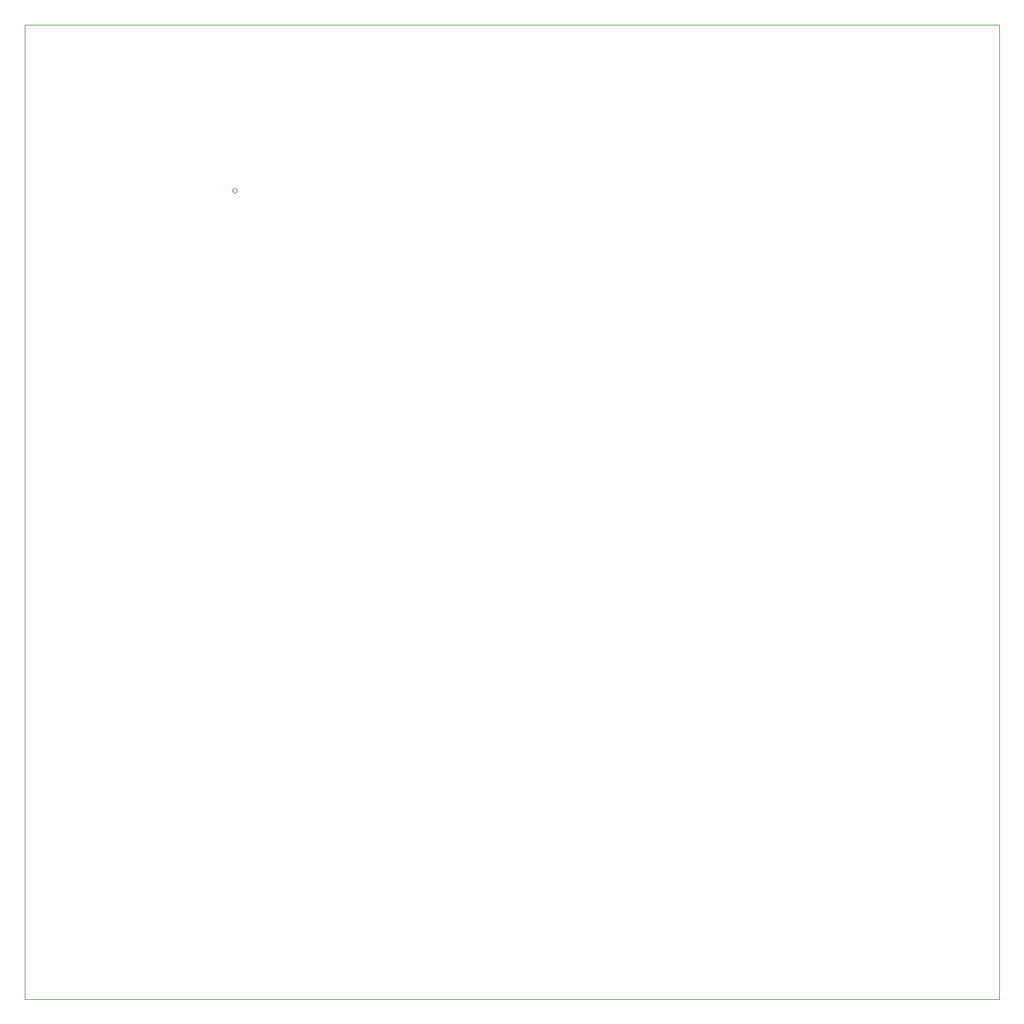
<source format=gbr>
%TF.GenerationSoftware,KiCad,Pcbnew,8.0.3*%
%TF.CreationDate,2024-06-11T07:04:39+05:45*%
%TF.ProjectId,HardwareDesign,48617264-7761-4726-9544-657369676e2e,rev?*%
%TF.SameCoordinates,Original*%
%TF.FileFunction,Profile,NP*%
%FSLAX46Y46*%
G04 Gerber Fmt 4.6, Leading zero omitted, Abs format (unit mm)*
G04 Created by KiCad (PCBNEW 8.0.3) date 2024-06-11 07:04:39*
%MOMM*%
%LPD*%
G01*
G04 APERTURE LIST*
%TA.AperFunction,Profile*%
%ADD10C,0.050000*%
%TD*%
%TA.AperFunction,Profile*%
%ADD11C,0.010000*%
%TD*%
G04 APERTURE END LIST*
D10*
X50000000Y-20000000D02*
X180000000Y-20000000D01*
X180000000Y-20000000D02*
X180000000Y-150000000D01*
X180000000Y-150000000D02*
X150000000Y-150000000D01*
X150000000Y-150000000D02*
X50000000Y-150000000D01*
X50000000Y-150000000D02*
X50000000Y-50000000D01*
X50000000Y-50000000D02*
X50000000Y-20000000D01*
D11*
%TO.C,J2*%
X77775000Y-42250000D02*
X77775000Y-42050000D01*
X78295000Y-42050000D02*
X78295000Y-42250000D01*
X77775000Y-42050000D02*
G75*
G02*
X78035000Y-41790000I260000J0D01*
G01*
X78035000Y-41790000D02*
G75*
G02*
X78295000Y-42050000I0J-260000D01*
G01*
X78035000Y-42510000D02*
G75*
G02*
X77775000Y-42250000I0J260000D01*
G01*
X78295000Y-42250000D02*
G75*
G02*
X78035000Y-42510000I-260000J0D01*
G01*
%TD*%
M02*

</source>
